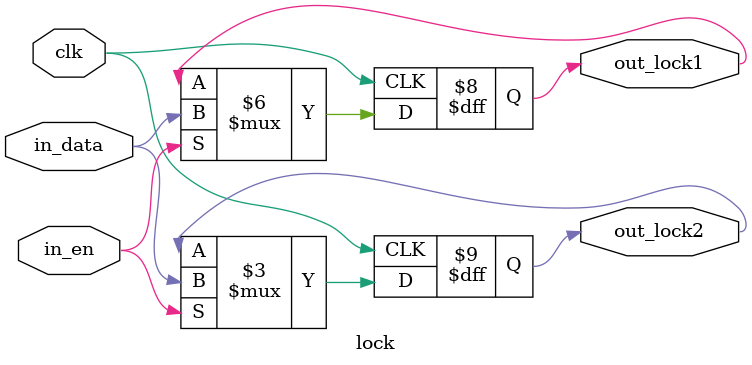
<source format=v>
module lock(clk, in_en, in_data, out_lock1, out_lock2);
	input clk, in_en, in_data;
	output reg out_lock1, out_lock2;
	
	always @(posedge clk)
		if(in_en)
		begin
			out_lock1 = in_data;
			out_lock2 = out_lock1;
		end
		else
		begin
			out_lock1 = out_lock1;
			out_lock2 = out_lock2;
		end
endmodule

</source>
